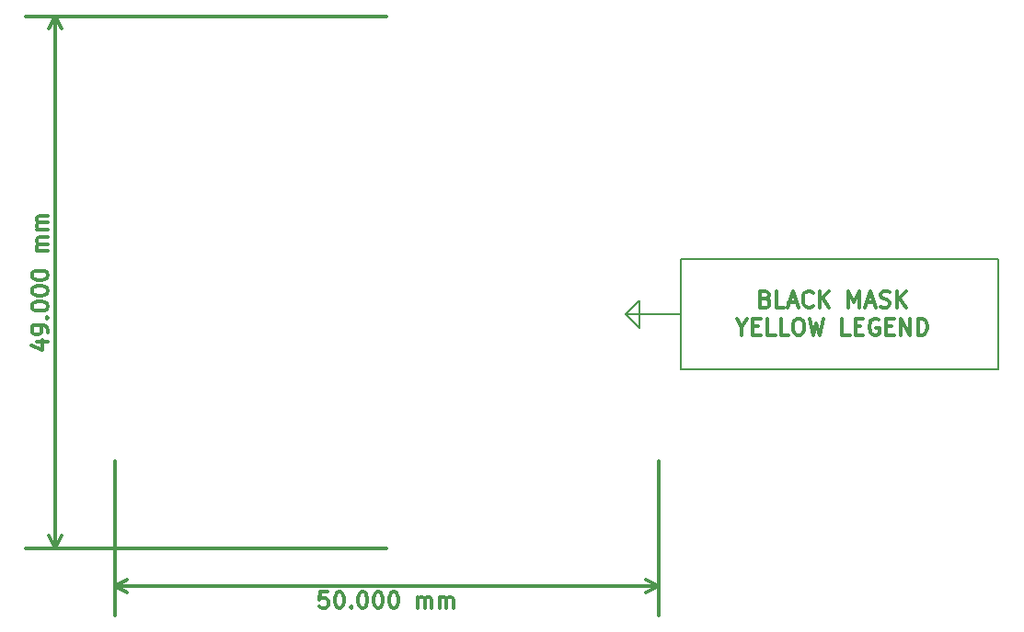
<source format=gbr>
%TF.GenerationSoftware,KiCad,Pcbnew,4.0.6-e0-6349~53~ubuntu16.04.1*%
%TF.CreationDate,2017-05-19T12:33:35+05:30*%
%TF.ProjectId,MAP4,4D4150342E6B696361645F7063620000,1*%
%TF.FileFunction,Drawing*%
%FSLAX46Y46*%
G04 Gerber Fmt 4.6, Leading zero omitted, Abs format (unit mm)*
G04 Created by KiCad (PCBNEW 4.0.6-e0-6349~53~ubuntu16.04.1) date Fri May 19 12:33:35 2017*
%MOMM*%
%LPD*%
G01*
G04 APERTURE LIST*
%ADD10C,0.050800*%
%ADD11C,0.200000*%
%ADD12C,0.300000*%
G04 APERTURE END LIST*
D10*
D11*
X173260000Y-100180000D02*
X171990000Y-98910000D01*
X173260000Y-97640000D02*
X173260000Y-100180000D01*
X171990000Y-98910000D02*
X173260000Y-97640000D01*
X177070000Y-98910000D02*
X171990000Y-98910000D01*
X177070000Y-103990000D02*
X177070000Y-93830000D01*
X206280000Y-103990000D02*
X177070000Y-103990000D01*
X206280000Y-93830000D02*
X206280000Y-103990000D01*
X177070000Y-93830000D02*
X206280000Y-93830000D01*
D12*
X184861429Y-97527857D02*
X185075715Y-97599286D01*
X185147143Y-97670714D01*
X185218572Y-97813571D01*
X185218572Y-98027857D01*
X185147143Y-98170714D01*
X185075715Y-98242143D01*
X184932857Y-98313571D01*
X184361429Y-98313571D01*
X184361429Y-96813571D01*
X184861429Y-96813571D01*
X185004286Y-96885000D01*
X185075715Y-96956429D01*
X185147143Y-97099286D01*
X185147143Y-97242143D01*
X185075715Y-97385000D01*
X185004286Y-97456429D01*
X184861429Y-97527857D01*
X184361429Y-97527857D01*
X186575715Y-98313571D02*
X185861429Y-98313571D01*
X185861429Y-96813571D01*
X187004286Y-97885000D02*
X187718572Y-97885000D01*
X186861429Y-98313571D02*
X187361429Y-96813571D01*
X187861429Y-98313571D01*
X189218572Y-98170714D02*
X189147143Y-98242143D01*
X188932857Y-98313571D01*
X188790000Y-98313571D01*
X188575715Y-98242143D01*
X188432857Y-98099286D01*
X188361429Y-97956429D01*
X188290000Y-97670714D01*
X188290000Y-97456429D01*
X188361429Y-97170714D01*
X188432857Y-97027857D01*
X188575715Y-96885000D01*
X188790000Y-96813571D01*
X188932857Y-96813571D01*
X189147143Y-96885000D01*
X189218572Y-96956429D01*
X189861429Y-98313571D02*
X189861429Y-96813571D01*
X190718572Y-98313571D02*
X190075715Y-97456429D01*
X190718572Y-96813571D02*
X189861429Y-97670714D01*
X192504286Y-98313571D02*
X192504286Y-96813571D01*
X193004286Y-97885000D01*
X193504286Y-96813571D01*
X193504286Y-98313571D01*
X194147143Y-97885000D02*
X194861429Y-97885000D01*
X194004286Y-98313571D02*
X194504286Y-96813571D01*
X195004286Y-98313571D01*
X195432857Y-98242143D02*
X195647143Y-98313571D01*
X196004286Y-98313571D01*
X196147143Y-98242143D01*
X196218572Y-98170714D01*
X196290000Y-98027857D01*
X196290000Y-97885000D01*
X196218572Y-97742143D01*
X196147143Y-97670714D01*
X196004286Y-97599286D01*
X195718572Y-97527857D01*
X195575714Y-97456429D01*
X195504286Y-97385000D01*
X195432857Y-97242143D01*
X195432857Y-97099286D01*
X195504286Y-96956429D01*
X195575714Y-96885000D01*
X195718572Y-96813571D01*
X196075714Y-96813571D01*
X196290000Y-96885000D01*
X196932857Y-98313571D02*
X196932857Y-96813571D01*
X197790000Y-98313571D02*
X197147143Y-97456429D01*
X197790000Y-96813571D02*
X196932857Y-97670714D01*
X182682856Y-100149286D02*
X182682856Y-100863571D01*
X182182856Y-99363571D02*
X182682856Y-100149286D01*
X183182856Y-99363571D01*
X183682856Y-100077857D02*
X184182856Y-100077857D01*
X184397142Y-100863571D02*
X183682856Y-100863571D01*
X183682856Y-99363571D01*
X184397142Y-99363571D01*
X185754285Y-100863571D02*
X185039999Y-100863571D01*
X185039999Y-99363571D01*
X186968571Y-100863571D02*
X186254285Y-100863571D01*
X186254285Y-99363571D01*
X187754285Y-99363571D02*
X188039999Y-99363571D01*
X188182857Y-99435000D01*
X188325714Y-99577857D01*
X188397142Y-99863571D01*
X188397142Y-100363571D01*
X188325714Y-100649286D01*
X188182857Y-100792143D01*
X188039999Y-100863571D01*
X187754285Y-100863571D01*
X187611428Y-100792143D01*
X187468571Y-100649286D01*
X187397142Y-100363571D01*
X187397142Y-99863571D01*
X187468571Y-99577857D01*
X187611428Y-99435000D01*
X187754285Y-99363571D01*
X188897143Y-99363571D02*
X189254286Y-100863571D01*
X189540000Y-99792143D01*
X189825714Y-100863571D01*
X190182857Y-99363571D01*
X192611429Y-100863571D02*
X191897143Y-100863571D01*
X191897143Y-99363571D01*
X193111429Y-100077857D02*
X193611429Y-100077857D01*
X193825715Y-100863571D02*
X193111429Y-100863571D01*
X193111429Y-99363571D01*
X193825715Y-99363571D01*
X195254286Y-99435000D02*
X195111429Y-99363571D01*
X194897143Y-99363571D01*
X194682858Y-99435000D01*
X194540000Y-99577857D01*
X194468572Y-99720714D01*
X194397143Y-100006429D01*
X194397143Y-100220714D01*
X194468572Y-100506429D01*
X194540000Y-100649286D01*
X194682858Y-100792143D01*
X194897143Y-100863571D01*
X195040000Y-100863571D01*
X195254286Y-100792143D01*
X195325715Y-100720714D01*
X195325715Y-100220714D01*
X195040000Y-100220714D01*
X195968572Y-100077857D02*
X196468572Y-100077857D01*
X196682858Y-100863571D02*
X195968572Y-100863571D01*
X195968572Y-99363571D01*
X196682858Y-99363571D01*
X197325715Y-100863571D02*
X197325715Y-99363571D01*
X198182858Y-100863571D01*
X198182858Y-99363571D01*
X198897144Y-100863571D02*
X198897144Y-99363571D01*
X199254287Y-99363571D01*
X199468572Y-99435000D01*
X199611430Y-99577857D01*
X199682858Y-99720714D01*
X199754287Y-100006429D01*
X199754287Y-100220714D01*
X199682858Y-100506429D01*
X199611430Y-100649286D01*
X199468572Y-100792143D01*
X199254287Y-100863571D01*
X198897144Y-100863571D01*
X117828571Y-101499999D02*
X118828571Y-101499999D01*
X117257143Y-101857142D02*
X118328571Y-102214285D01*
X118328571Y-101285713D01*
X118828571Y-100642857D02*
X118828571Y-100357142D01*
X118757143Y-100214285D01*
X118685714Y-100142857D01*
X118471429Y-99999999D01*
X118185714Y-99928571D01*
X117614286Y-99928571D01*
X117471429Y-99999999D01*
X117400000Y-100071428D01*
X117328571Y-100214285D01*
X117328571Y-100499999D01*
X117400000Y-100642857D01*
X117471429Y-100714285D01*
X117614286Y-100785714D01*
X117971429Y-100785714D01*
X118114286Y-100714285D01*
X118185714Y-100642857D01*
X118257143Y-100499999D01*
X118257143Y-100214285D01*
X118185714Y-100071428D01*
X118114286Y-99999999D01*
X117971429Y-99928571D01*
X118685714Y-99285714D02*
X118757143Y-99214286D01*
X118828571Y-99285714D01*
X118757143Y-99357143D01*
X118685714Y-99285714D01*
X118828571Y-99285714D01*
X117328571Y-98285714D02*
X117328571Y-98142857D01*
X117400000Y-98000000D01*
X117471429Y-97928571D01*
X117614286Y-97857142D01*
X117900000Y-97785714D01*
X118257143Y-97785714D01*
X118542857Y-97857142D01*
X118685714Y-97928571D01*
X118757143Y-98000000D01*
X118828571Y-98142857D01*
X118828571Y-98285714D01*
X118757143Y-98428571D01*
X118685714Y-98500000D01*
X118542857Y-98571428D01*
X118257143Y-98642857D01*
X117900000Y-98642857D01*
X117614286Y-98571428D01*
X117471429Y-98500000D01*
X117400000Y-98428571D01*
X117328571Y-98285714D01*
X117328571Y-96857143D02*
X117328571Y-96714286D01*
X117400000Y-96571429D01*
X117471429Y-96500000D01*
X117614286Y-96428571D01*
X117900000Y-96357143D01*
X118257143Y-96357143D01*
X118542857Y-96428571D01*
X118685714Y-96500000D01*
X118757143Y-96571429D01*
X118828571Y-96714286D01*
X118828571Y-96857143D01*
X118757143Y-97000000D01*
X118685714Y-97071429D01*
X118542857Y-97142857D01*
X118257143Y-97214286D01*
X117900000Y-97214286D01*
X117614286Y-97142857D01*
X117471429Y-97071429D01*
X117400000Y-97000000D01*
X117328571Y-96857143D01*
X117328571Y-95428572D02*
X117328571Y-95285715D01*
X117400000Y-95142858D01*
X117471429Y-95071429D01*
X117614286Y-95000000D01*
X117900000Y-94928572D01*
X118257143Y-94928572D01*
X118542857Y-95000000D01*
X118685714Y-95071429D01*
X118757143Y-95142858D01*
X118828571Y-95285715D01*
X118828571Y-95428572D01*
X118757143Y-95571429D01*
X118685714Y-95642858D01*
X118542857Y-95714286D01*
X118257143Y-95785715D01*
X117900000Y-95785715D01*
X117614286Y-95714286D01*
X117471429Y-95642858D01*
X117400000Y-95571429D01*
X117328571Y-95428572D01*
X118828571Y-93142858D02*
X117828571Y-93142858D01*
X117971429Y-93142858D02*
X117900000Y-93071430D01*
X117828571Y-92928572D01*
X117828571Y-92714287D01*
X117900000Y-92571430D01*
X118042857Y-92500001D01*
X118828571Y-92500001D01*
X118042857Y-92500001D02*
X117900000Y-92428572D01*
X117828571Y-92285715D01*
X117828571Y-92071430D01*
X117900000Y-91928572D01*
X118042857Y-91857144D01*
X118828571Y-91857144D01*
X118828571Y-91142858D02*
X117828571Y-91142858D01*
X117971429Y-91142858D02*
X117900000Y-91071430D01*
X117828571Y-90928572D01*
X117828571Y-90714287D01*
X117900000Y-90571430D01*
X118042857Y-90500001D01*
X118828571Y-90500001D01*
X118042857Y-90500001D02*
X117900000Y-90428572D01*
X117828571Y-90285715D01*
X117828571Y-90071430D01*
X117900000Y-89928572D01*
X118042857Y-89857144D01*
X118828571Y-89857144D01*
X119500000Y-120500000D02*
X119500000Y-71500000D01*
X150000000Y-120500000D02*
X116800000Y-120500000D01*
X150000000Y-71500000D02*
X116800000Y-71500000D01*
X119500000Y-71500000D02*
X120086421Y-72626504D01*
X119500000Y-71500000D02*
X118913579Y-72626504D01*
X119500000Y-120500000D02*
X120086421Y-119373496D01*
X119500000Y-120500000D02*
X118913579Y-119373496D01*
X144571430Y-124528570D02*
X143857144Y-124528570D01*
X143785715Y-125242856D01*
X143857144Y-125171428D01*
X144000001Y-125099999D01*
X144357144Y-125099999D01*
X144500001Y-125171428D01*
X144571430Y-125242856D01*
X144642858Y-125385713D01*
X144642858Y-125742856D01*
X144571430Y-125885713D01*
X144500001Y-125957142D01*
X144357144Y-126028570D01*
X144000001Y-126028570D01*
X143857144Y-125957142D01*
X143785715Y-125885713D01*
X145571429Y-124528570D02*
X145714286Y-124528570D01*
X145857143Y-124599999D01*
X145928572Y-124671428D01*
X146000001Y-124814285D01*
X146071429Y-125099999D01*
X146071429Y-125457142D01*
X146000001Y-125742856D01*
X145928572Y-125885713D01*
X145857143Y-125957142D01*
X145714286Y-126028570D01*
X145571429Y-126028570D01*
X145428572Y-125957142D01*
X145357143Y-125885713D01*
X145285715Y-125742856D01*
X145214286Y-125457142D01*
X145214286Y-125099999D01*
X145285715Y-124814285D01*
X145357143Y-124671428D01*
X145428572Y-124599999D01*
X145571429Y-124528570D01*
X146714286Y-125885713D02*
X146785714Y-125957142D01*
X146714286Y-126028570D01*
X146642857Y-125957142D01*
X146714286Y-125885713D01*
X146714286Y-126028570D01*
X147714286Y-124528570D02*
X147857143Y-124528570D01*
X148000000Y-124599999D01*
X148071429Y-124671428D01*
X148142858Y-124814285D01*
X148214286Y-125099999D01*
X148214286Y-125457142D01*
X148142858Y-125742856D01*
X148071429Y-125885713D01*
X148000000Y-125957142D01*
X147857143Y-126028570D01*
X147714286Y-126028570D01*
X147571429Y-125957142D01*
X147500000Y-125885713D01*
X147428572Y-125742856D01*
X147357143Y-125457142D01*
X147357143Y-125099999D01*
X147428572Y-124814285D01*
X147500000Y-124671428D01*
X147571429Y-124599999D01*
X147714286Y-124528570D01*
X149142857Y-124528570D02*
X149285714Y-124528570D01*
X149428571Y-124599999D01*
X149500000Y-124671428D01*
X149571429Y-124814285D01*
X149642857Y-125099999D01*
X149642857Y-125457142D01*
X149571429Y-125742856D01*
X149500000Y-125885713D01*
X149428571Y-125957142D01*
X149285714Y-126028570D01*
X149142857Y-126028570D01*
X149000000Y-125957142D01*
X148928571Y-125885713D01*
X148857143Y-125742856D01*
X148785714Y-125457142D01*
X148785714Y-125099999D01*
X148857143Y-124814285D01*
X148928571Y-124671428D01*
X149000000Y-124599999D01*
X149142857Y-124528570D01*
X150571428Y-124528570D02*
X150714285Y-124528570D01*
X150857142Y-124599999D01*
X150928571Y-124671428D01*
X151000000Y-124814285D01*
X151071428Y-125099999D01*
X151071428Y-125457142D01*
X151000000Y-125742856D01*
X150928571Y-125885713D01*
X150857142Y-125957142D01*
X150714285Y-126028570D01*
X150571428Y-126028570D01*
X150428571Y-125957142D01*
X150357142Y-125885713D01*
X150285714Y-125742856D01*
X150214285Y-125457142D01*
X150214285Y-125099999D01*
X150285714Y-124814285D01*
X150357142Y-124671428D01*
X150428571Y-124599999D01*
X150571428Y-124528570D01*
X152857142Y-126028570D02*
X152857142Y-125028570D01*
X152857142Y-125171428D02*
X152928570Y-125099999D01*
X153071428Y-125028570D01*
X153285713Y-125028570D01*
X153428570Y-125099999D01*
X153499999Y-125242856D01*
X153499999Y-126028570D01*
X153499999Y-125242856D02*
X153571428Y-125099999D01*
X153714285Y-125028570D01*
X153928570Y-125028570D01*
X154071428Y-125099999D01*
X154142856Y-125242856D01*
X154142856Y-126028570D01*
X154857142Y-126028570D02*
X154857142Y-125028570D01*
X154857142Y-125171428D02*
X154928570Y-125099999D01*
X155071428Y-125028570D01*
X155285713Y-125028570D01*
X155428570Y-125099999D01*
X155499999Y-125242856D01*
X155499999Y-126028570D01*
X155499999Y-125242856D02*
X155571428Y-125099999D01*
X155714285Y-125028570D01*
X155928570Y-125028570D01*
X156071428Y-125099999D01*
X156142856Y-125242856D01*
X156142856Y-126028570D01*
X125000000Y-123999999D02*
X175000000Y-123999999D01*
X125000000Y-112500000D02*
X125000000Y-126699999D01*
X175000000Y-112500000D02*
X175000000Y-126699999D01*
X175000000Y-123999999D02*
X173873496Y-124586420D01*
X175000000Y-123999999D02*
X173873496Y-123413578D01*
X125000000Y-123999999D02*
X126126504Y-124586420D01*
X125000000Y-123999999D02*
X126126504Y-123413578D01*
M02*

</source>
